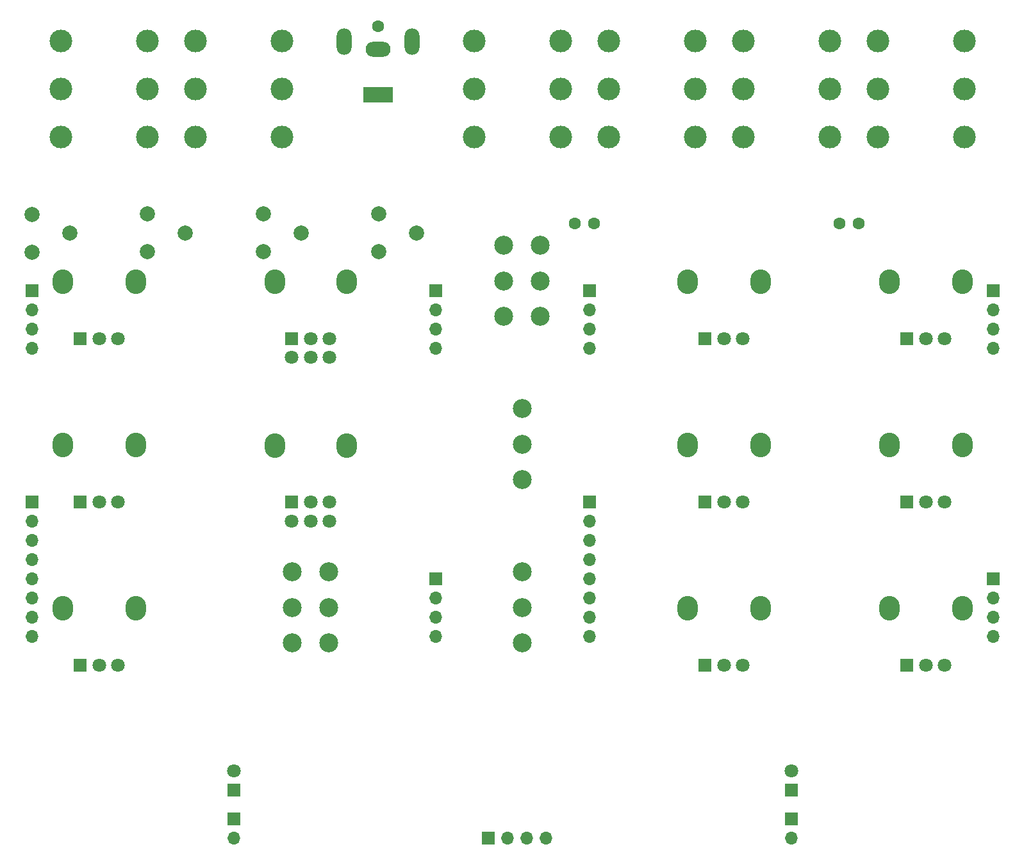
<source format=gts>
G04 #@! TF.GenerationSoftware,KiCad,Pcbnew,5.1.10-88a1d61d58~90~ubuntu20.04.1*
G04 #@! TF.CreationDate,2021-08-08T15:21:02-04:00*
G04 #@! TF.ProjectId,stereo_whooshy_sound_main_pcb,73746572-656f-45f7-9768-6f6f7368795f,0*
G04 #@! TF.SameCoordinates,Original*
G04 #@! TF.FileFunction,Soldermask,Top*
G04 #@! TF.FilePolarity,Negative*
%FSLAX46Y46*%
G04 Gerber Fmt 4.6, Leading zero omitted, Abs format (unit mm)*
G04 Created by KiCad (PCBNEW 5.1.10-88a1d61d58~90~ubuntu20.04.1) date 2021-08-08 15:21:02*
%MOMM*%
%LPD*%
G01*
G04 APERTURE LIST*
%ADD10C,3.000000*%
%ADD11C,2.000000*%
%ADD12C,1.600000*%
%ADD13O,2.000000X3.500000*%
%ADD14O,3.300000X2.000000*%
%ADD15R,4.000000X2.000000*%
%ADD16O,1.700000X1.700000*%
%ADD17R,1.700000X1.700000*%
%ADD18C,1.800000*%
%ADD19R,1.800000X1.800000*%
%ADD20O,2.720000X3.240000*%
%ADD21C,2.500000*%
G04 APERTURE END LIST*
D10*
X10795000Y-11430000D03*
X22225000Y-11430000D03*
X10795000Y-17780000D03*
X10795000Y-5080000D03*
X22225000Y-5080000D03*
X22225000Y-17780000D03*
X28575000Y-11430000D03*
X40005000Y-11430000D03*
X28575000Y-17780000D03*
X28575000Y-5080000D03*
X40005000Y-5080000D03*
X40005000Y-17780000D03*
X65405000Y-11430000D03*
X76835000Y-11430000D03*
X65405000Y-17780000D03*
X65405000Y-5080000D03*
X76835000Y-5080000D03*
X76835000Y-17780000D03*
X83185000Y-11430000D03*
X94615000Y-11430000D03*
X83185000Y-17780000D03*
X83185000Y-5080000D03*
X94615000Y-5080000D03*
X94615000Y-17780000D03*
X100965000Y-11430000D03*
X112395000Y-11430000D03*
X100965000Y-17780000D03*
X100965000Y-5080000D03*
X112395000Y-5080000D03*
X112395000Y-17780000D03*
X118745000Y-11430000D03*
X130175000Y-11430000D03*
X118745000Y-17780000D03*
X118745000Y-5080000D03*
X130175000Y-5080000D03*
X130175000Y-17780000D03*
D11*
X42545000Y-30480000D03*
X37545000Y-32980000D03*
X37545000Y-27980000D03*
X57785000Y-30480000D03*
X52785000Y-32980000D03*
X52785000Y-27980000D03*
X11985000Y-30520000D03*
X6985000Y-33020000D03*
X6985000Y-28020000D03*
X27225000Y-30480000D03*
X22225000Y-32980000D03*
X22225000Y-27980000D03*
D12*
X52705000Y-3175000D03*
D13*
X57205000Y-5175000D03*
X48205000Y-5175000D03*
D14*
X52705000Y-6175000D03*
D15*
X52705000Y-12175000D03*
D16*
X107315000Y-110490000D03*
D17*
X107315000Y-107950000D03*
D16*
X33655000Y-110490000D03*
D17*
X33655000Y-107950000D03*
D16*
X74930000Y-110490000D03*
X72390000Y-110490000D03*
X69850000Y-110490000D03*
D17*
X67310000Y-110490000D03*
D18*
X107315000Y-101600000D03*
D19*
X107315000Y-104140000D03*
D18*
X33655000Y-101600000D03*
D19*
X33655000Y-104140000D03*
D12*
X81240000Y-29210000D03*
X78740000Y-29210000D03*
X113705000Y-29210000D03*
X116205000Y-29210000D03*
D19*
X41315000Y-66080000D03*
D18*
X43815000Y-66080000D03*
X46315000Y-66080000D03*
D20*
X48565000Y-58580000D03*
X39065000Y-58580000D03*
D18*
X46315000Y-68580000D03*
X43815000Y-68580000D03*
X41315000Y-68580000D03*
D19*
X41315000Y-44450000D03*
D18*
X43815000Y-44450000D03*
X46315000Y-44450000D03*
D20*
X48565000Y-36950000D03*
X39065000Y-36950000D03*
D18*
X46315000Y-46950000D03*
X43815000Y-46950000D03*
X41315000Y-46950000D03*
D19*
X122595000Y-87630000D03*
D18*
X125095000Y-87630000D03*
X127595000Y-87630000D03*
D20*
X129895000Y-80130000D03*
X120295000Y-80130000D03*
D19*
X122595000Y-66040000D03*
D18*
X125095000Y-66040000D03*
X127595000Y-66040000D03*
D20*
X129895000Y-58540000D03*
X120295000Y-58540000D03*
D19*
X122595000Y-44450000D03*
D18*
X125095000Y-44450000D03*
X127595000Y-44450000D03*
D20*
X129895000Y-36950000D03*
X120295000Y-36950000D03*
D19*
X95925000Y-87630000D03*
D18*
X98425000Y-87630000D03*
X100925000Y-87630000D03*
D20*
X103225000Y-80130000D03*
X93625000Y-80130000D03*
D19*
X95925000Y-66040000D03*
D18*
X98425000Y-66040000D03*
X100925000Y-66040000D03*
D20*
X103225000Y-58540000D03*
X93625000Y-58540000D03*
D19*
X95925000Y-44450000D03*
D18*
X98425000Y-44450000D03*
X100925000Y-44450000D03*
D20*
X103225000Y-36950000D03*
X93625000Y-36950000D03*
D19*
X13375000Y-87630000D03*
D18*
X15875000Y-87630000D03*
X18375000Y-87630000D03*
D20*
X20675000Y-80130000D03*
X11075000Y-80130000D03*
D19*
X13375000Y-66040000D03*
D18*
X15875000Y-66040000D03*
X18375000Y-66040000D03*
D20*
X20675000Y-58540000D03*
X11075000Y-58540000D03*
D19*
X13375000Y-44450000D03*
D18*
X15875000Y-44450000D03*
X18375000Y-44450000D03*
D20*
X20675000Y-36950000D03*
X11075000Y-36950000D03*
D21*
X46230000Y-84710000D03*
X46230000Y-80010000D03*
X46230000Y-75310000D03*
X41400000Y-84710000D03*
X41400000Y-80010000D03*
X41400000Y-75310000D03*
X71755000Y-84710000D03*
X71755000Y-80010000D03*
X71755000Y-75310000D03*
X71755000Y-63120000D03*
X71755000Y-58420000D03*
X71755000Y-53720000D03*
X74170000Y-41530000D03*
X74170000Y-36830000D03*
X74170000Y-32130000D03*
X69340000Y-41530000D03*
X69340000Y-36830000D03*
X69340000Y-32130000D03*
D16*
X6985000Y-83820000D03*
X6985000Y-81280000D03*
X6985000Y-78740000D03*
X6985000Y-76200000D03*
X6985000Y-73660000D03*
X6985000Y-71120000D03*
X6985000Y-68580000D03*
D17*
X6985000Y-66040000D03*
D16*
X6985000Y-45720000D03*
X6985000Y-43180000D03*
X6985000Y-40640000D03*
D17*
X6985000Y-38100000D03*
D16*
X60325000Y-83820000D03*
X60325000Y-81280000D03*
X60325000Y-78740000D03*
D17*
X60325000Y-76200000D03*
D16*
X60325000Y-45720000D03*
X60325000Y-43180000D03*
X60325000Y-40640000D03*
D17*
X60325000Y-38100000D03*
D16*
X80645000Y-83820000D03*
X80645000Y-81280000D03*
X80645000Y-78740000D03*
X80645000Y-76200000D03*
X80645000Y-73660000D03*
X80645000Y-71120000D03*
X80645000Y-68580000D03*
D17*
X80645000Y-66040000D03*
D16*
X80645000Y-45720000D03*
X80645000Y-43180000D03*
X80645000Y-40640000D03*
D17*
X80645000Y-38100000D03*
D16*
X133985000Y-83820000D03*
X133985000Y-81280000D03*
X133985000Y-78740000D03*
D17*
X133985000Y-76200000D03*
D16*
X133985000Y-45720000D03*
X133985000Y-43180000D03*
X133985000Y-40640000D03*
D17*
X133985000Y-38100000D03*
M02*

</source>
